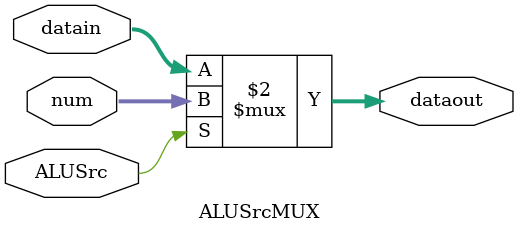
<source format=v>
`timescale 1ns/1ps

module ALUSrcMUX(ALUSrc,datain,num,dataout);

input ALUSrc;
input [31:0] datain;
input [31:0] num;
output [31:0] dataout;

assign dataout = (ALUSrc == 0) ? datain : num;

endmodule

</source>
